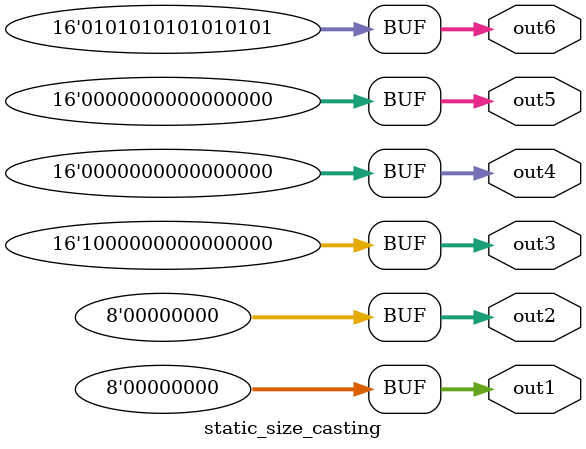
<source format=sv>
/*
module static_size (
input wire [ 7:0] in7,
output wire [15:0] out7
);
assign out7 = {{8{2'(1'b1)}}, in7};
endmodule
*/

module static_size_casting (
     output wire [ 7:0] out1,
     output wire [ 7:0] out2,
     output wire [15:0] out3,
    output wire [15:0] out4,
     output wire [15:0] out5,
    output wire [15:0] out6
);

  // 8-bit wide outputs.
  assign out1 = 1 << 15;  // Expected 8'b00000000; OK
  assign out2 = 8'(1 << 15);  // Expected 8'b00000000; OK

  // 16-bit wide outputs.
  assign out3 = 1 << 15;  // Expected 16'b1000000000000000; OK
  assign out4 = 8'(1 << 15);  // Expected 16'b0000000000000000; NOT OK
  assign out5 = 16'(8'(1 << 15));  // Expected 16'b0000000000000000; NOT OK
  assign out6 = {8{2'(1'b1)}};  // Expected 16'b0101010101010101; NOT OK

endmodule : static_size_casting
</source>
